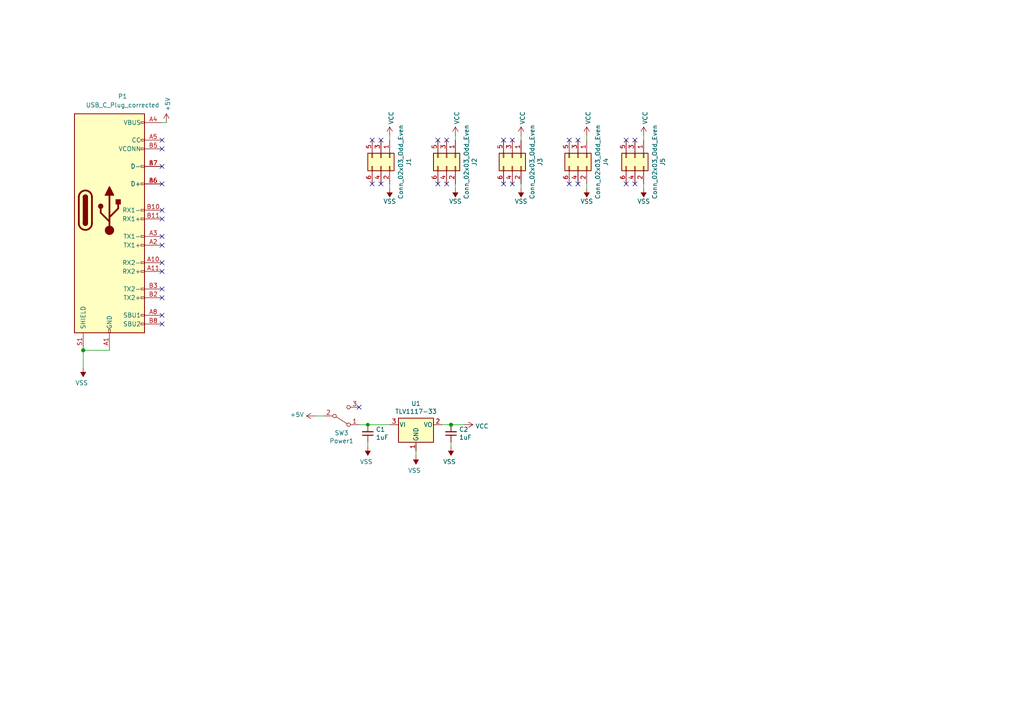
<source format=kicad_sch>
(kicad_sch (version 20210126) (generator eeschema)
  (paper "A4")
  (lib_symbols
    (symbol "BadgePirates:USB_C_Plug_corrected" (pin_names (offset 1.016))
      (property "Reference" "P" (at -10.16 29.21 0))
      (property "Value" "USB_C_Plug_corrected" (at 10.16 29.21 0))
      (symbol "USB_C_Plug_corrected_0_0"
        (rectangle (start -0.254 -35.56) (end 0.254 -34.544))
        (rectangle (start 10.16 -32.766) (end 9.144 -33.274))
        (rectangle (start 10.16 -30.226) (end 9.144 -30.734))
        (rectangle (start 10.16 -25.146) (end 9.144 -25.654))
        (rectangle (start 10.16 -22.606) (end 9.144 -23.114))
        (rectangle (start 10.16 -17.526) (end 9.144 -18.034))
        (rectangle (start 10.16 -14.986) (end 9.144 -15.494))
        (rectangle (start 10.16 -9.906) (end 9.144 -10.414))
        (rectangle (start 10.16 -7.366) (end 9.144 -7.874))
        (rectangle (start 10.16 -2.286) (end 9.144 -2.794))
        (rectangle (start 10.16 0.254) (end 9.144 -0.254))
        (rectangle (start 10.16 7.874) (end 9.144 7.366))
        (rectangle (start 10.16 12.954) (end 9.144 12.446))
        (rectangle (start 10.16 18.034) (end 9.144 17.526))
        (rectangle (start 10.16 20.574) (end 9.144 20.066))
        (rectangle (start 10.16 25.654) (end 9.144 25.146))
      )
      (symbol "USB_C_Plug_corrected_0_1"
        (arc (start -7.62 -3.81) (end -6.35 -3.81) (radius (at -6.985 -3.81) (length 0.635) (angles -179.9 -0.1)) (stroke (width 0.254)) (fill (type outline)))
        (arc (start -8.89 -3.81) (end -5.08 -3.81) (radius (at -6.985 -3.81) (length 1.905) (angles -179.9 -0.1)) (stroke (width 0.508)))
        (arc (start -7.62 -3.81) (end -6.35 -3.81) (radius (at -6.985 -3.81) (length 0.635) (angles -179.9 -0.1)) (stroke (width 0.254)))
        (arc (start -5.08 3.81) (end -8.89 3.81) (radius (at -6.985 3.81) (length 1.905) (angles 0.1 179.9)) (stroke (width 0.508)))
        (arc (start -6.35 3.81) (end -7.62 3.81) (radius (at -6.985 3.81) (length 0.635) (angles 0.1 179.9)) (stroke (width 0.254)) (fill (type outline)))
        (arc (start -6.35 3.81) (end -7.62 3.81) (radius (at -6.985 3.81) (length 0.635) (angles 0.1 179.9)) (stroke (width 0.254)))
        (rectangle (start -10.16 27.94) (end 10.16 -35.56) (stroke (width 0.254)) (fill (type background)))
        (rectangle (start -7.62 -3.81) (end -6.35 3.81) (stroke (width 0.254)) (fill (type outline)))
        (polyline (pts (xy -8.89 -3.81) (xy -8.89 3.81)) (stroke (width 0.508)))
        (polyline (pts (xy -5.08 3.81) (xy -5.08 -3.81)) (stroke (width 0.508)))
      )
      (symbol "USB_C_Plug_corrected_1_1"
        (circle (center -2.54 1.143) (radius 0.635) (stroke (width 0.254)) (fill (type outline)))
        (circle (center 0 -5.842) (radius 1.27) (fill (type outline)))
        (rectangle (start 1.905 1.778) (end 3.175 3.048) (stroke (width 0.254)) (fill (type outline)))
        (polyline (pts (xy 0 -5.842) (xy 0 4.318)) (stroke (width 0.508)))
        (polyline (pts (xy 0 -3.302) (xy -2.54 -0.762) (xy -2.54 0.508)) (stroke (width 0.508)))
        (polyline (pts (xy 0 -2.032) (xy 2.54 0.508) (xy 2.54 1.778)) (stroke (width 0.508)))
        (polyline (pts (xy -1.27 4.318) (xy 0 6.858) (xy 1.27 4.318) (xy -1.27 4.318)) (stroke (width 0.254)) (fill (type outline)))
        (pin passive line (at 0 -40.64 90) (length 5.08) (name "GND") (number "A1"))
        (pin bidirectional line (at 15.24 -15.24 180) (length 5.08) (name "RX2-") (number "A10"))
        (pin bidirectional line (at 15.24 -17.78 180) (length 5.08) (name "RX2+") (number "A11"))
        (pin passive line (at 0 -40.64 90) (length 5.08) hide (name "GND") (number "A12"))
        (pin bidirectional line (at 15.24 -10.16 180) (length 5.08) (name "TX1+") (number "A2"))
        (pin bidirectional line (at 15.24 -7.62 180) (length 5.08) (name "TX1-") (number "A3"))
        (pin passive line (at 15.24 25.4 180) (length 5.08) (name "VBUS") (number "A4"))
        (pin bidirectional line (at 15.24 20.32 180) (length 5.08) (name "CC") (number "A5"))
        (pin bidirectional line (at 15.24 7.62 180) (length 5.08) (name "D+") (number "A6"))
        (pin bidirectional line (at 15.24 12.7 180) (length 5.08) (name "D-") (number "A7"))
        (pin bidirectional line (at 15.24 -30.48 180) (length 5.08) (name "SBU1") (number "A8"))
        (pin passive line (at 15.24 25.4 180) (length 5.08) hide (name "VBUS") (number "A9"))
        (pin passive line (at 0 -40.64 90) (length 5.08) hide (name "GND") (number "B1"))
        (pin bidirectional line (at 15.24 0 180) (length 5.08) (name "RX1-") (number "B10"))
        (pin bidirectional line (at 15.24 -2.54 180) (length 5.08) (name "RX1+") (number "B11"))
        (pin passive line (at 0 -40.64 90) (length 5.08) hide (name "GND") (number "B12"))
        (pin bidirectional line (at 15.24 -25.4 180) (length 5.08) (name "TX2+") (number "B2"))
        (pin bidirectional line (at 15.24 -22.86 180) (length 5.08) (name "TX2-") (number "B3"))
        (pin passive line (at 15.24 25.4 180) (length 5.08) hide (name "VBUS") (number "B4"))
        (pin bidirectional line (at 15.24 17.78 180) (length 5.08) (name "VCONN") (number "B5"))
        (pin bidirectional line (at 15.24 -33.02 180) (length 5.08) (name "SBU2") (number "B8"))
        (pin passive line (at 15.24 25.4 180) (length 5.08) hide (name "VBUS") (number "B9"))
        (pin passive line (at -7.62 -40.64 90) (length 5.08) (name "SHIELD") (number "S1"))
        (pin bidirectional line (at 15.24 7.62 180) (length 5.08) (name "D+") (number "B6"))
        (pin bidirectional line (at 15.24 12.7 180) (length 5.08) (name "D-") (number "B7"))
      )
    )
    (symbol "Connector_Generic:Conn_02x03_Odd_Even" (pin_names (offset 1.016) hide)
      (property "Reference" "J" (at 1.27 5.08 0))
      (property "Value" "Conn_02x03_Odd_Even" (at 1.27 -5.08 0))
      (symbol "Conn_02x03_Odd_Even_1_1"
        (rectangle (start -1.27 -2.413) (end 0 -2.667) (stroke (width 0.1524)))
        (rectangle (start -1.27 2.667) (end 0 2.413) (stroke (width 0.1524)))
        (rectangle (start -1.27 3.81) (end 3.81 -3.81) (stroke (width 0.254)) (fill (type background)))
        (rectangle (start -1.27 0.127) (end 0 -0.127) (stroke (width 0.1524)))
        (rectangle (start 3.81 -2.413) (end 2.54 -2.667) (stroke (width 0.1524)))
        (rectangle (start 3.81 2.667) (end 2.54 2.413) (stroke (width 0.1524)))
        (rectangle (start 3.81 0.127) (end 2.54 -0.127) (stroke (width 0.1524)))
        (pin passive line (at -5.08 2.54 0) (length 3.81) (name "Pin_1") (number "1"))
        (pin passive line (at 7.62 2.54 180) (length 3.81) (name "Pin_2") (number "2"))
        (pin passive line (at -5.08 0 0) (length 3.81) (name "Pin_3") (number "3"))
        (pin passive line (at 7.62 0 180) (length 3.81) (name "Pin_4") (number "4"))
        (pin passive line (at -5.08 -2.54 0) (length 3.81) (name "Pin_5") (number "5"))
        (pin passive line (at 7.62 -2.54 180) (length 3.81) (name "Pin_6") (number "6"))
      )
    )
    (symbol "Device:C_Small" (pin_numbers hide) (pin_names (offset 0.254) hide)
      (property "Reference" "C" (at 0.254 1.778 0))
      (property "Value" "C_Small" (at 0.254 -2.032 0))
      (symbol "C_Small_0_1"
        (polyline (pts (xy -1.524 -0.508) (xy 1.524 -0.508)) (stroke (width 0.3302)))
        (polyline (pts (xy -1.524 0.508) (xy 1.524 0.508)) (stroke (width 0.3048)))
      )
      (symbol "C_Small_1_1"
        (pin passive line (at 0 2.54 270) (length 2.032) (name "~") (number "1"))
        (pin passive line (at 0 -2.54 90) (length 2.032) (name "~") (number "2"))
      )
    )
    (symbol "Regulator_Linear:TLV1117-33" (pin_names (offset 0.254))
      (property "Reference" "U" (at -3.81 3.175 0))
      (property "Value" "TLV1117-33" (at 0 3.175 0))
      (symbol "TLV1117-33_0_1"
        (rectangle (start -5.08 -5.08) (end 5.08 1.905) (stroke (width 0.254)) (fill (type background)))
      )
      (symbol "TLV1117-33_1_1"
        (pin power_in line (at 0 -7.62 90) (length 2.54) (name "GND") (number "1"))
        (pin power_out line (at 7.62 0 180) (length 2.54) (name "VO") (number "2"))
        (pin power_in line (at -7.62 0 0) (length 2.54) (name "VI") (number "3"))
      )
    )
    (symbol "Switch:SW_SPDT" (pin_names (offset 0) hide)
      (property "Reference" "SW" (at 0 4.318 0))
      (property "Value" "SW_SPDT" (at 0 -5.08 0))
      (symbol "SW_SPDT_0_0"
        (circle (center -2.032 0) (radius 0.508))
        (circle (center 2.032 -2.54) (radius 0.508))
      )
      (symbol "SW_SPDT_0_1"
        (circle (center 2.032 2.54) (radius 0.508))
        (polyline (pts (xy -1.524 0.254) (xy 1.651 2.286)))
      )
      (symbol "SW_SPDT_1_1"
        (pin passive line (at 5.08 2.54 180) (length 2.54) (name "A") (number "1"))
        (pin passive line (at -5.08 0 0) (length 2.54) (name "B") (number "2"))
        (pin passive line (at 5.08 -2.54 180) (length 2.54) (name "C") (number "3"))
      )
    )
    (symbol "power:+5V" (power) (pin_names (offset 0))
      (property "Value" "+5V" (at 0 3.556 0))
      (symbol "+5V_0_1"
        (polyline (pts (xy -0.762 1.27) (xy 0 2.54)))
        (polyline (pts (xy 0 0) (xy 0 2.54)))
        (polyline (pts (xy 0 2.54) (xy 0.762 1.27)))
      )
      (symbol "+5V_1_1"
        (pin power_in line (at 0 0 90) (length 0) hide (name "+5V") (number "1"))
      )
    )
    (symbol "power:VCC" (power) (pin_names (offset 0))
      (property "Value" "VCC" (at 0 3.81 0))
      (symbol "VCC_0_1"
        (polyline (pts (xy -0.762 1.27) (xy 0 2.54)))
        (polyline (pts (xy 0 0) (xy 0 2.54)))
        (polyline (pts (xy 0 2.54) (xy 0.762 1.27)))
      )
      (symbol "VCC_1_1"
        (pin power_in line (at 0 0 90) (length 0) hide (name "VCC") (number "1"))
      )
    )
    (symbol "power:VSS" (power) (pin_names (offset 0))
      (property "Value" "VSS" (at 0 3.81 0))
      (symbol "VSS_0_1"
        (polyline (pts (xy 0 0) (xy 0 2.54)))
        (polyline (pts (xy 0.762 1.27) (xy -0.762 1.27) (xy 0 2.54) (xy 0.762 1.27)) (fill (type outline)))
      )
      (symbol "VSS_1_1"
        (pin power_in line (at 0 0 90) (length 0) hide (name "VSS") (number "1"))
      )
    )
  )
  (junction (at 24.13 101.6) (diameter 1.016))
  (junction (at 106.68 123.19) (diameter 0.9144))
  (junction (at 130.81 123.19) (diameter 1.016))
  (no_connect (at 46.99 40.64))
  (no_connect (at 46.99 43.18))
  (no_connect (at 46.99 48.26))
  (no_connect (at 46.99 53.34))
  (no_connect (at 46.99 60.96))
  (no_connect (at 46.99 63.5))
  (no_connect (at 46.99 68.58))
  (no_connect (at 46.99 71.12))
  (no_connect (at 46.99 76.2))
  (no_connect (at 46.99 78.74))
  (no_connect (at 46.99 83.82))
  (no_connect (at 46.99 86.36))
  (no_connect (at 46.99 91.44))
  (no_connect (at 46.99 93.98))
  (no_connect (at 104.14 118.11))
  (no_connect (at 107.95 40.64))
  (no_connect (at 107.95 53.34))
  (no_connect (at 110.49 40.64))
  (no_connect (at 110.49 53.34))
  (no_connect (at 127 40.64))
  (no_connect (at 127 53.34))
  (no_connect (at 129.54 40.64))
  (no_connect (at 129.54 53.34))
  (no_connect (at 146.05 40.64))
  (no_connect (at 146.05 53.34))
  (no_connect (at 148.59 40.64))
  (no_connect (at 148.59 53.34))
  (no_connect (at 165.1 40.64))
  (no_connect (at 165.1 53.34))
  (no_connect (at 167.64 40.64))
  (no_connect (at 167.64 53.34))
  (no_connect (at 181.61 40.64))
  (no_connect (at 181.61 53.34))
  (no_connect (at 184.15 40.64))
  (no_connect (at 184.15 53.34))
  (wire (pts (xy 24.13 101.6) (xy 24.13 106.68)))
  (wire (pts (xy 24.13 101.6) (xy 31.75 101.6)))
  (wire (pts (xy 48.26 35.56) (xy 46.99 35.56)))
  (wire (pts (xy 91.44 120.65) (xy 93.98 120.65)))
  (wire (pts (xy 104.14 123.19) (xy 106.68 123.19)))
  (wire (pts (xy 106.68 123.19) (xy 113.03 123.19)))
  (wire (pts (xy 106.68 129.54) (xy 106.68 128.27)))
  (wire (pts (xy 113.03 40.64) (xy 113.03 39.37)))
  (wire (pts (xy 113.03 54.61) (xy 113.03 53.34)))
  (wire (pts (xy 120.65 132.08) (xy 120.65 130.81)))
  (wire (pts (xy 128.27 123.19) (xy 130.81 123.19)))
  (wire (pts (xy 130.81 123.19) (xy 134.62 123.19)))
  (wire (pts (xy 130.81 129.54) (xy 130.81 128.27)))
  (wire (pts (xy 132.08 40.64) (xy 132.08 39.37)))
  (wire (pts (xy 132.08 54.61) (xy 132.08 53.34)))
  (wire (pts (xy 151.13 40.64) (xy 151.13 39.37)))
  (wire (pts (xy 151.13 54.61) (xy 151.13 53.34)))
  (wire (pts (xy 170.18 40.64) (xy 170.18 39.37)))
  (wire (pts (xy 170.18 54.61) (xy 170.18 53.34)))
  (wire (pts (xy 186.69 40.64) (xy 186.69 39.37)))
  (wire (pts (xy 186.69 54.61) (xy 186.69 53.34)))
  (symbol (lib_id "power:VSS") (at 24.13 106.68 180) (unit 1)
    (property "Reference" "#PWR0107" (effects hide))
    (property "Value" "VSS" (at 23.6728 111.0742 0))
  )
  (symbol (lib_id "power:+5V") (at 48.26 35.56 0) (unit 1)
    (property "Reference" "#PWR0106" (effects hide))
    (property "Value" "+5V" (at 48.641 32.3088 90) (effects (justify left)))
  )
  (symbol (lib_id "power:+5V") (at 91.44 120.65 90) (unit 1)
    (property "Reference" "#PWR0103" (effects hide))
    (property "Value" "+5V" (at 88.1888 120.269 90) (effects (justify left)))
  )
  (symbol (lib_id "power:VSS") (at 106.68 129.54 180) (unit 1)
    (property "Reference" "#PWR0102" (effects hide))
    (property "Value" "VSS" (at 106.2228 133.9342 0))
  )
  (symbol (lib_id "power:VCC") (at 113.03 39.37 0) (unit 1)
    (property "Reference" "#PWR0109" (effects hide))
    (property "Value" "VCC" (at 113.4618 36.1188 90) (effects (justify left)))
  )
  (symbol (lib_id "power:VSS") (at 113.03 54.61 180) (unit 1)
    (property "Reference" "#PWR0108" (effects hide))
    (property "Value" "VSS" (at 113.03 58.42 0))
  )
  (symbol (lib_id "power:VSS") (at 120.65 132.08 180) (unit 1)
    (property "Reference" "#PWR0101" (effects hide))
    (property "Value" "VSS" (at 120.1928 136.4742 0))
  )
  (symbol (lib_id "power:VSS") (at 130.81 129.54 180) (unit 1)
    (property "Reference" "#PWR0104" (effects hide))
    (property "Value" "VSS" (at 130.3528 133.9342 0))
  )
  (symbol (lib_id "power:VCC") (at 132.08 39.37 0) (unit 1)
    (property "Reference" "#PWR0114" (effects hide))
    (property "Value" "VCC" (at 132.5118 36.1188 90) (effects (justify left)))
  )
  (symbol (lib_id "power:VSS") (at 132.08 54.61 180) (unit 1)
    (property "Reference" "#PWR0113" (effects hide))
    (property "Value" "VSS" (at 132.08 58.42 0))
  )
  (symbol (lib_id "power:VCC") (at 134.62 123.19 270) (unit 1)
    (property "Reference" "#PWR0105" (effects hide))
    (property "Value" "VCC" (at 137.8712 123.6218 90) (effects (justify left)))
  )
  (symbol (lib_id "power:VCC") (at 151.13 39.37 0) (unit 1)
    (property "Reference" "#PWR0111" (effects hide))
    (property "Value" "VCC" (at 151.5618 36.1188 90) (effects (justify left)))
  )
  (symbol (lib_id "power:VSS") (at 151.13 54.61 180) (unit 1)
    (property "Reference" "#PWR0117" (effects hide))
    (property "Value" "VSS" (at 151.13 58.42 0))
  )
  (symbol (lib_id "power:VCC") (at 170.18 39.37 0) (unit 1)
    (property "Reference" "#PWR0116" (effects hide))
    (property "Value" "VCC" (at 170.6118 36.1188 90) (effects (justify left)))
  )
  (symbol (lib_id "power:VSS") (at 170.18 54.61 180) (unit 1)
    (property "Reference" "#PWR0112" (effects hide))
    (property "Value" "VSS" (at 170.18 58.42 0))
  )
  (symbol (lib_id "power:VCC") (at 186.69 39.37 0) (unit 1)
    (property "Reference" "#PWR0115" (effects hide))
    (property "Value" "VCC" (at 187.1218 36.1188 90) (effects (justify left)))
  )
  (symbol (lib_id "power:VSS") (at 186.69 54.61 180) (unit 1)
    (property "Reference" "#PWR0110" (effects hide))
    (property "Value" "VSS" (at 186.69 58.42 0))
  )
  (symbol (lib_id "Device:C_Small") (at 106.68 125.73 180) (unit 1)
    (property "Reference" "C1" (at 109.0168 124.5616 0) (effects (justify right)))
    (property "Value" "1uF" (at 109.0168 126.873 0) (effects (justify right)))
    (property "Footprint" "Capacitor_SMD:C_0805_2012Metric" (effects hide))
  )
  (symbol (lib_id "Device:C_Small") (at 130.81 125.73 180) (unit 1)
    (property "Reference" "C2" (at 133.1468 124.5616 0) (effects (justify right)))
    (property "Value" "1uF" (at 133.1468 126.873 0) (effects (justify right)))
    (property "Footprint" "Capacitor_SMD:C_0805_2012Metric" (effects hide))
  )
  (symbol (lib_id "Switch:SW_SPDT") (at 99.06 120.65 0) (mirror x) (unit 1)
    (property "Reference" "Power1" (at 99.06 127.889 0))
    (property "Value" "SW3" (at 99.06 125.5776 0))
    (property "Footprint" "BreadBoardPwr:SK-3296S_switch" (effects hide))
  )
  (symbol (lib_id "Connector_Generic:Conn_02x03_Odd_Even") (at 110.49 45.72 270) (unit 1)
    (property "Reference" "J1" (at 118.5418 46.99 0))
    (property "Value" "Conn_02x03_Odd_Even" (at 116.2304 46.99 0))
    (property "Footprint" "Connector_PinHeader_2.54mm:PinHeader_2x03_P2.54mm_Vertical" (effects hide))
  )
  (symbol (lib_id "Connector_Generic:Conn_02x03_Odd_Even") (at 129.54 45.72 270) (unit 1)
    (property "Reference" "J2" (at 137.5918 46.99 0))
    (property "Value" "Conn_02x03_Odd_Even" (at 135.2804 46.99 0))
    (property "Footprint" "Connector_PinHeader_2.54mm:PinHeader_2x03_P2.54mm_Vertical" (effects hide))
  )
  (symbol (lib_id "Connector_Generic:Conn_02x03_Odd_Even") (at 148.59 45.72 270) (unit 1)
    (property "Reference" "J3" (at 156.6418 46.99 0))
    (property "Value" "Conn_02x03_Odd_Even" (at 154.3304 46.99 0))
    (property "Footprint" "Connector_PinHeader_2.54mm:PinHeader_2x03_P2.54mm_Vertical" (effects hide))
  )
  (symbol (lib_id "Connector_Generic:Conn_02x03_Odd_Even") (at 167.64 45.72 270) (unit 1)
    (property "Reference" "J4" (at 175.6918 46.99 0))
    (property "Value" "Conn_02x03_Odd_Even" (at 173.3804 46.99 0))
    (property "Footprint" "Connector_PinHeader_2.54mm:PinHeader_2x03_P2.54mm_Vertical" (effects hide))
  )
  (symbol (lib_id "Connector_Generic:Conn_02x03_Odd_Even") (at 184.15 45.72 270) (unit 1)
    (property "Reference" "J5" (at 192.2018 46.99 0))
    (property "Value" "Conn_02x03_Odd_Even" (at 189.8904 46.99 0))
    (property "Footprint" "Connector_PinHeader_2.54mm:PinHeader_2x03_P2.54mm_Vertical" (effects hide))
  )
  (symbol (lib_id "Regulator_Linear:TLV1117-33") (at 120.65 123.19 0) (unit 1)
    (property "Reference" "U1" (at 120.65 117.0432 0))
    (property "Value" "TLV1117-33" (at 120.65 119.3546 0))
    (property "Footprint" "Package_TO_SOT_SMD:SOT-223-3_TabPin2" (effects hide))
    (property "Datasheet" "http://www.ti.com/lit/ds/symlink/tlv1117.pdf" (effects hide))
  )
  (symbol (lib_id "BadgePirates:USB_C_Plug_corrected") (at 31.75 60.96 0) (unit 1)
    (property "Reference" "P1" (at 35.56 27.94 0))
    (property "Value" "USB_C_Plug_corrected" (at 35.56 30.48 0))
    (property "Footprint" "Reflow:Jing_USB-C_Vert_C168703" (effects hide))
    (property "Datasheet" "https://www.usb.org/sites/default/files/documents/usb_type-c.zip" (effects hide))
  )
)
</source>
